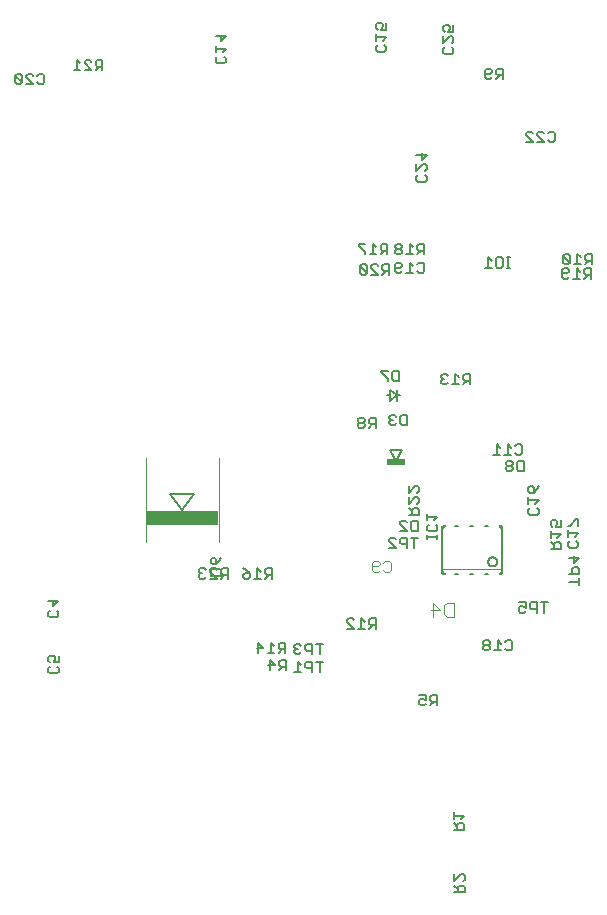
<source format=gbr>
G04 EAGLE Gerber X2 export*
%TF.Part,Single*%
%TF.FileFunction,Legend,Bot,1*%
%TF.FilePolarity,Positive*%
%TF.GenerationSoftware,Autodesk,EAGLE,9.0.0*%
%TF.CreationDate,2019-06-10T11:01:15Z*%
G75*
%MOMM*%
%FSLAX34Y34*%
%LPD*%
%AMOC8*
5,1,8,0,0,1.08239X$1,22.5*%
G01*
%ADD10C,0.152400*%
%ADD11C,0.050800*%
%ADD12C,0.015238*%
%ADD13C,0.076200*%
%ADD14C,0.101600*%
%ADD15C,0.203200*%
%ADD16R,6.200000X1.250000*%
%ADD17C,0.127000*%
%ADD18R,1.574800X0.609600*%


D10*
X45005Y307714D02*
X46445Y306273D01*
X46445Y303392D01*
X45005Y301952D01*
X39243Y301952D01*
X37802Y303392D01*
X37802Y306273D01*
X39243Y307714D01*
X37802Y315629D02*
X46445Y315629D01*
X42124Y311307D01*
X42124Y317069D01*
X45105Y260214D02*
X46545Y258773D01*
X46545Y255892D01*
X45105Y254452D01*
X39343Y254452D01*
X37902Y255892D01*
X37902Y258773D01*
X39343Y260214D01*
X46545Y263807D02*
X46545Y269569D01*
X46545Y263807D02*
X42224Y263807D01*
X43664Y266688D01*
X43664Y268129D01*
X42224Y269569D01*
X39343Y269569D01*
X37902Y268129D01*
X37902Y265247D01*
X39343Y263807D01*
X381362Y121662D02*
X390005Y121662D01*
X390005Y125984D01*
X388565Y127424D01*
X385684Y127424D01*
X384243Y125984D01*
X384243Y121662D01*
X384243Y124543D02*
X381362Y127424D01*
X387124Y131017D02*
X390005Y133898D01*
X381362Y133898D01*
X381362Y131017D02*
X381362Y136779D01*
X381562Y69162D02*
X390205Y69162D01*
X390205Y73484D01*
X388765Y74924D01*
X385884Y74924D01*
X384443Y73484D01*
X384443Y69162D01*
X384443Y72043D02*
X381562Y74924D01*
X381562Y78517D02*
X381562Y84279D01*
X381562Y78517D02*
X387324Y84279D01*
X388765Y84279D01*
X390205Y82839D01*
X390205Y79958D01*
X388765Y78517D01*
X238838Y257262D02*
X238838Y265905D01*
X234516Y265905D01*
X233076Y264465D01*
X233076Y261584D01*
X234516Y260143D01*
X238838Y260143D01*
X235957Y260143D02*
X233076Y257262D01*
X225161Y257262D02*
X225161Y265905D01*
X229483Y261584D01*
X223721Y261584D01*
X366838Y236105D02*
X366838Y227462D01*
X366838Y236105D02*
X362516Y236105D01*
X361076Y234665D01*
X361076Y231784D01*
X362516Y230343D01*
X366838Y230343D01*
X363957Y230343D02*
X361076Y227462D01*
X357483Y236105D02*
X351721Y236105D01*
X357483Y236105D02*
X357483Y231784D01*
X354602Y233224D01*
X353161Y233224D01*
X351721Y231784D01*
X351721Y228903D01*
X353161Y227462D01*
X356042Y227462D01*
X357483Y228903D01*
D11*
X370800Y343298D02*
X421600Y343298D01*
D12*
X422285Y377155D02*
X420912Y377155D01*
X420912Y377156D02*
X420907Y377239D01*
X420898Y377323D01*
X420885Y377405D01*
X420869Y377487D01*
X420849Y377568D01*
X420825Y377649D01*
X420797Y377728D01*
X420766Y377805D01*
X420732Y377881D01*
X420694Y377956D01*
X420653Y378029D01*
X420608Y378100D01*
X420561Y378169D01*
X420510Y378235D01*
X420457Y378299D01*
X420400Y378361D01*
X420341Y378420D01*
X420279Y378477D01*
X420215Y378530D01*
X420149Y378581D01*
X420080Y378628D01*
X420009Y378673D01*
X419936Y378714D01*
X419861Y378752D01*
X419785Y378786D01*
X419708Y378817D01*
X419629Y378845D01*
X419548Y378869D01*
X419467Y378889D01*
X419385Y378905D01*
X419303Y378918D01*
X419219Y378927D01*
X419136Y378932D01*
X419135Y380305D01*
X419136Y380305D01*
X419248Y380301D01*
X419359Y380292D01*
X419470Y380280D01*
X419581Y380264D01*
X419690Y380244D01*
X419800Y380220D01*
X419908Y380193D01*
X420015Y380161D01*
X420121Y380126D01*
X420226Y380088D01*
X420330Y380046D01*
X420431Y380000D01*
X420532Y379951D01*
X420630Y379898D01*
X420727Y379842D01*
X420822Y379783D01*
X420914Y379720D01*
X421004Y379654D01*
X421092Y379585D01*
X421178Y379514D01*
X421261Y379439D01*
X421341Y379361D01*
X421419Y379281D01*
X421494Y379198D01*
X421565Y379112D01*
X421634Y379024D01*
X421700Y378934D01*
X421763Y378842D01*
X421822Y378747D01*
X421878Y378650D01*
X421931Y378552D01*
X421980Y378451D01*
X422026Y378350D01*
X422068Y378246D01*
X422106Y378141D01*
X422141Y378035D01*
X422173Y377928D01*
X422200Y377820D01*
X422224Y377710D01*
X422244Y377601D01*
X422260Y377490D01*
X422272Y377379D01*
X422281Y377268D01*
X422285Y377156D01*
X422142Y377156D01*
X422137Y377265D01*
X422129Y377374D01*
X422117Y377482D01*
X422101Y377590D01*
X422081Y377697D01*
X422057Y377804D01*
X422029Y377909D01*
X421998Y378014D01*
X421963Y378117D01*
X421925Y378219D01*
X421883Y378320D01*
X421837Y378419D01*
X421788Y378516D01*
X421735Y378612D01*
X421680Y378706D01*
X421620Y378797D01*
X421558Y378887D01*
X421493Y378974D01*
X421424Y379059D01*
X421353Y379141D01*
X421278Y379221D01*
X421201Y379298D01*
X421121Y379373D01*
X421039Y379444D01*
X420954Y379513D01*
X420867Y379578D01*
X420777Y379640D01*
X420686Y379700D01*
X420592Y379755D01*
X420496Y379808D01*
X420399Y379857D01*
X420300Y379903D01*
X420199Y379945D01*
X420097Y379983D01*
X419994Y380018D01*
X419889Y380049D01*
X419784Y380077D01*
X419677Y380101D01*
X419570Y380121D01*
X419462Y380137D01*
X419354Y380149D01*
X419245Y380157D01*
X419136Y380162D01*
X419136Y380019D01*
X419242Y380014D01*
X419348Y380006D01*
X419454Y379994D01*
X419559Y379977D01*
X419663Y379957D01*
X419767Y379934D01*
X419870Y379906D01*
X419971Y379875D01*
X420072Y379840D01*
X420171Y379802D01*
X420269Y379760D01*
X420365Y379715D01*
X420459Y379666D01*
X420552Y379613D01*
X420643Y379558D01*
X420731Y379499D01*
X420817Y379437D01*
X420902Y379372D01*
X420983Y379304D01*
X421062Y379233D01*
X421139Y379159D01*
X421213Y379082D01*
X421284Y379003D01*
X421352Y378922D01*
X421417Y378837D01*
X421479Y378751D01*
X421538Y378663D01*
X421593Y378572D01*
X421646Y378479D01*
X421695Y378385D01*
X421740Y378289D01*
X421782Y378191D01*
X421820Y378092D01*
X421855Y377991D01*
X421886Y377890D01*
X421914Y377787D01*
X421937Y377683D01*
X421957Y377579D01*
X421974Y377474D01*
X421986Y377368D01*
X421994Y377262D01*
X421999Y377156D01*
X421856Y377156D01*
X421851Y377259D01*
X421843Y377362D01*
X421830Y377465D01*
X421814Y377567D01*
X421794Y377669D01*
X421771Y377770D01*
X421743Y377869D01*
X421712Y377968D01*
X421678Y378065D01*
X421639Y378162D01*
X421598Y378256D01*
X421552Y378349D01*
X421504Y378441D01*
X421452Y378530D01*
X421397Y378617D01*
X421338Y378703D01*
X421277Y378786D01*
X421212Y378867D01*
X421144Y378945D01*
X421074Y379021D01*
X421001Y379094D01*
X420925Y379164D01*
X420847Y379232D01*
X420766Y379297D01*
X420683Y379358D01*
X420597Y379417D01*
X420510Y379472D01*
X420421Y379524D01*
X420329Y379572D01*
X420236Y379618D01*
X420142Y379659D01*
X420045Y379698D01*
X419948Y379732D01*
X419849Y379763D01*
X419750Y379791D01*
X419649Y379814D01*
X419547Y379834D01*
X419445Y379850D01*
X419342Y379863D01*
X419239Y379871D01*
X419136Y379876D01*
X419136Y379733D01*
X419236Y379728D01*
X419336Y379720D01*
X419436Y379707D01*
X419535Y379691D01*
X419634Y379671D01*
X419731Y379648D01*
X419828Y379621D01*
X419923Y379590D01*
X420018Y379555D01*
X420111Y379517D01*
X420202Y379476D01*
X420292Y379431D01*
X420380Y379382D01*
X420466Y379331D01*
X420550Y379276D01*
X420632Y379218D01*
X420712Y379157D01*
X420789Y379093D01*
X420864Y379026D01*
X420937Y378957D01*
X421006Y378884D01*
X421073Y378809D01*
X421137Y378732D01*
X421198Y378652D01*
X421256Y378570D01*
X421311Y378486D01*
X421362Y378400D01*
X421411Y378312D01*
X421456Y378222D01*
X421497Y378131D01*
X421535Y378038D01*
X421570Y377943D01*
X421601Y377848D01*
X421628Y377751D01*
X421651Y377654D01*
X421671Y377555D01*
X421687Y377456D01*
X421700Y377356D01*
X421708Y377256D01*
X421713Y377156D01*
X421570Y377156D01*
X421565Y377256D01*
X421556Y377355D01*
X421543Y377454D01*
X421526Y377552D01*
X421505Y377650D01*
X421481Y377747D01*
X421452Y377842D01*
X421420Y377937D01*
X421384Y378030D01*
X421345Y378122D01*
X421302Y378211D01*
X421255Y378300D01*
X421205Y378386D01*
X421151Y378470D01*
X421094Y378552D01*
X421034Y378632D01*
X420971Y378709D01*
X420905Y378784D01*
X420836Y378856D01*
X420764Y378925D01*
X420689Y378991D01*
X420612Y379054D01*
X420532Y379114D01*
X420450Y379171D01*
X420366Y379225D01*
X420280Y379275D01*
X420191Y379322D01*
X420102Y379365D01*
X420010Y379404D01*
X419917Y379440D01*
X419822Y379472D01*
X419727Y379501D01*
X419630Y379525D01*
X419532Y379546D01*
X419434Y379563D01*
X419335Y379576D01*
X419236Y379585D01*
X419136Y379590D01*
X419136Y379447D01*
X419232Y379442D01*
X419328Y379433D01*
X419424Y379420D01*
X419519Y379403D01*
X419613Y379383D01*
X419706Y379358D01*
X419798Y379330D01*
X419889Y379298D01*
X419979Y379262D01*
X420067Y379223D01*
X420154Y379180D01*
X420238Y379134D01*
X420321Y379084D01*
X420401Y379031D01*
X420480Y378975D01*
X420556Y378916D01*
X420629Y378854D01*
X420700Y378788D01*
X420768Y378720D01*
X420834Y378649D01*
X420896Y378576D01*
X420955Y378500D01*
X421011Y378421D01*
X421064Y378341D01*
X421114Y378258D01*
X421160Y378174D01*
X421203Y378087D01*
X421242Y377999D01*
X421278Y377909D01*
X421310Y377818D01*
X421338Y377726D01*
X421363Y377633D01*
X421383Y377539D01*
X421400Y377444D01*
X421413Y377348D01*
X421422Y377252D01*
X421427Y377156D01*
X421284Y377156D01*
X421279Y377249D01*
X421270Y377341D01*
X421257Y377433D01*
X421240Y377524D01*
X421220Y377615D01*
X421196Y377705D01*
X421168Y377793D01*
X421136Y377881D01*
X421101Y377966D01*
X421062Y378051D01*
X421020Y378134D01*
X420974Y378214D01*
X420925Y378293D01*
X420873Y378370D01*
X420817Y378445D01*
X420759Y378517D01*
X420698Y378586D01*
X420633Y378653D01*
X420566Y378718D01*
X420497Y378779D01*
X420425Y378837D01*
X420350Y378893D01*
X420273Y378945D01*
X420194Y378994D01*
X420114Y379040D01*
X420031Y379082D01*
X419946Y379121D01*
X419861Y379156D01*
X419773Y379188D01*
X419685Y379216D01*
X419595Y379240D01*
X419504Y379260D01*
X419413Y379277D01*
X419321Y379290D01*
X419229Y379299D01*
X419136Y379304D01*
X419136Y379161D01*
X419225Y379155D01*
X419314Y379147D01*
X419402Y379134D01*
X419489Y379117D01*
X419576Y379097D01*
X419662Y379073D01*
X419747Y379046D01*
X419830Y379014D01*
X419912Y378980D01*
X419993Y378941D01*
X420071Y378900D01*
X420148Y378855D01*
X420223Y378807D01*
X420296Y378755D01*
X420367Y378701D01*
X420435Y378644D01*
X420500Y378583D01*
X420563Y378520D01*
X420624Y378455D01*
X420681Y378387D01*
X420735Y378316D01*
X420787Y378243D01*
X420835Y378168D01*
X420880Y378091D01*
X420921Y378013D01*
X420960Y377932D01*
X420994Y377850D01*
X421026Y377767D01*
X421053Y377682D01*
X421077Y377596D01*
X421097Y377509D01*
X421114Y377422D01*
X421127Y377334D01*
X421135Y377245D01*
X421141Y377156D01*
X420998Y377156D01*
X420992Y377241D01*
X420983Y377326D01*
X420971Y377410D01*
X420954Y377493D01*
X420934Y377576D01*
X420911Y377658D01*
X420884Y377738D01*
X420853Y377818D01*
X420819Y377896D01*
X420782Y377972D01*
X420741Y378047D01*
X420697Y378120D01*
X420649Y378191D01*
X420599Y378259D01*
X420546Y378326D01*
X420490Y378390D01*
X420431Y378451D01*
X420370Y378510D01*
X420306Y378566D01*
X420239Y378619D01*
X420171Y378669D01*
X420100Y378717D01*
X420027Y378761D01*
X419952Y378802D01*
X419876Y378839D01*
X419798Y378873D01*
X419718Y378904D01*
X419638Y378931D01*
X419556Y378954D01*
X419473Y378974D01*
X419390Y378991D01*
X419306Y379003D01*
X419221Y379012D01*
X419136Y379018D01*
D10*
X410170Y379620D02*
X407630Y379620D01*
X397470Y379620D02*
X394930Y379620D01*
X384770Y379620D02*
X382230Y379620D01*
D12*
X373265Y380305D02*
X373265Y378932D01*
X373264Y378932D02*
X373181Y378927D01*
X373097Y378918D01*
X373015Y378905D01*
X372933Y378889D01*
X372852Y378869D01*
X372771Y378845D01*
X372692Y378817D01*
X372615Y378786D01*
X372539Y378752D01*
X372464Y378714D01*
X372391Y378673D01*
X372320Y378628D01*
X372251Y378581D01*
X372185Y378530D01*
X372121Y378477D01*
X372059Y378420D01*
X372000Y378361D01*
X371943Y378299D01*
X371890Y378235D01*
X371839Y378169D01*
X371792Y378100D01*
X371747Y378029D01*
X371706Y377956D01*
X371668Y377881D01*
X371634Y377805D01*
X371603Y377728D01*
X371575Y377649D01*
X371551Y377568D01*
X371531Y377487D01*
X371515Y377405D01*
X371502Y377323D01*
X371493Y377239D01*
X371488Y377156D01*
X370115Y377155D01*
X370115Y377156D01*
X370119Y377268D01*
X370128Y377379D01*
X370140Y377490D01*
X370156Y377601D01*
X370176Y377710D01*
X370200Y377820D01*
X370227Y377928D01*
X370259Y378035D01*
X370294Y378141D01*
X370332Y378246D01*
X370374Y378350D01*
X370420Y378451D01*
X370469Y378552D01*
X370522Y378650D01*
X370578Y378747D01*
X370637Y378842D01*
X370700Y378934D01*
X370766Y379024D01*
X370835Y379112D01*
X370906Y379198D01*
X370981Y379281D01*
X371059Y379361D01*
X371139Y379439D01*
X371222Y379514D01*
X371308Y379585D01*
X371396Y379654D01*
X371486Y379720D01*
X371578Y379783D01*
X371673Y379842D01*
X371770Y379898D01*
X371868Y379951D01*
X371969Y380000D01*
X372070Y380046D01*
X372174Y380088D01*
X372279Y380126D01*
X372385Y380161D01*
X372492Y380193D01*
X372600Y380220D01*
X372710Y380244D01*
X372819Y380264D01*
X372930Y380280D01*
X373041Y380292D01*
X373152Y380301D01*
X373264Y380305D01*
X373264Y380162D01*
X373155Y380157D01*
X373046Y380149D01*
X372938Y380137D01*
X372830Y380121D01*
X372723Y380101D01*
X372616Y380077D01*
X372511Y380049D01*
X372406Y380018D01*
X372303Y379983D01*
X372201Y379945D01*
X372100Y379903D01*
X372001Y379857D01*
X371904Y379808D01*
X371808Y379755D01*
X371714Y379700D01*
X371623Y379640D01*
X371533Y379578D01*
X371446Y379513D01*
X371361Y379444D01*
X371279Y379373D01*
X371199Y379298D01*
X371122Y379221D01*
X371047Y379141D01*
X370976Y379059D01*
X370907Y378974D01*
X370842Y378887D01*
X370780Y378797D01*
X370720Y378706D01*
X370665Y378612D01*
X370612Y378516D01*
X370563Y378419D01*
X370517Y378320D01*
X370475Y378219D01*
X370437Y378117D01*
X370402Y378014D01*
X370371Y377909D01*
X370343Y377804D01*
X370319Y377697D01*
X370299Y377590D01*
X370283Y377482D01*
X370271Y377374D01*
X370263Y377265D01*
X370258Y377156D01*
X370401Y377156D01*
X370406Y377262D01*
X370414Y377368D01*
X370426Y377474D01*
X370443Y377579D01*
X370463Y377683D01*
X370486Y377787D01*
X370514Y377890D01*
X370545Y377991D01*
X370580Y378092D01*
X370618Y378191D01*
X370660Y378289D01*
X370705Y378385D01*
X370754Y378479D01*
X370807Y378572D01*
X370862Y378663D01*
X370921Y378751D01*
X370983Y378837D01*
X371048Y378922D01*
X371116Y379003D01*
X371187Y379082D01*
X371261Y379159D01*
X371338Y379233D01*
X371417Y379304D01*
X371498Y379372D01*
X371583Y379437D01*
X371669Y379499D01*
X371757Y379558D01*
X371848Y379613D01*
X371941Y379666D01*
X372035Y379715D01*
X372131Y379760D01*
X372229Y379802D01*
X372328Y379840D01*
X372429Y379875D01*
X372530Y379906D01*
X372633Y379934D01*
X372737Y379957D01*
X372841Y379977D01*
X372946Y379994D01*
X373052Y380006D01*
X373158Y380014D01*
X373264Y380019D01*
X373264Y379876D01*
X373161Y379871D01*
X373058Y379863D01*
X372955Y379850D01*
X372853Y379834D01*
X372751Y379814D01*
X372650Y379791D01*
X372551Y379763D01*
X372452Y379732D01*
X372355Y379698D01*
X372258Y379659D01*
X372164Y379618D01*
X372071Y379572D01*
X371979Y379524D01*
X371890Y379472D01*
X371803Y379417D01*
X371717Y379358D01*
X371634Y379297D01*
X371553Y379232D01*
X371475Y379164D01*
X371399Y379094D01*
X371326Y379021D01*
X371256Y378945D01*
X371188Y378867D01*
X371123Y378786D01*
X371062Y378703D01*
X371003Y378617D01*
X370948Y378530D01*
X370896Y378441D01*
X370848Y378349D01*
X370802Y378256D01*
X370761Y378162D01*
X370722Y378065D01*
X370688Y377968D01*
X370657Y377869D01*
X370629Y377770D01*
X370606Y377669D01*
X370586Y377567D01*
X370570Y377465D01*
X370557Y377362D01*
X370549Y377259D01*
X370544Y377156D01*
X370687Y377156D01*
X370692Y377256D01*
X370700Y377356D01*
X370713Y377456D01*
X370729Y377555D01*
X370749Y377654D01*
X370772Y377751D01*
X370799Y377848D01*
X370830Y377943D01*
X370865Y378038D01*
X370903Y378131D01*
X370944Y378222D01*
X370989Y378312D01*
X371038Y378400D01*
X371089Y378486D01*
X371144Y378570D01*
X371202Y378652D01*
X371263Y378732D01*
X371327Y378809D01*
X371394Y378884D01*
X371463Y378957D01*
X371536Y379026D01*
X371611Y379093D01*
X371688Y379157D01*
X371768Y379218D01*
X371850Y379276D01*
X371934Y379331D01*
X372020Y379382D01*
X372108Y379431D01*
X372198Y379476D01*
X372289Y379517D01*
X372382Y379555D01*
X372477Y379590D01*
X372572Y379621D01*
X372669Y379648D01*
X372766Y379671D01*
X372865Y379691D01*
X372964Y379707D01*
X373064Y379720D01*
X373164Y379728D01*
X373264Y379733D01*
X373264Y379590D01*
X373164Y379585D01*
X373065Y379576D01*
X372966Y379563D01*
X372868Y379546D01*
X372770Y379525D01*
X372673Y379501D01*
X372578Y379472D01*
X372483Y379440D01*
X372390Y379404D01*
X372298Y379365D01*
X372209Y379322D01*
X372120Y379275D01*
X372034Y379225D01*
X371950Y379171D01*
X371868Y379114D01*
X371788Y379054D01*
X371711Y378991D01*
X371636Y378925D01*
X371564Y378856D01*
X371495Y378784D01*
X371429Y378709D01*
X371366Y378632D01*
X371306Y378552D01*
X371249Y378470D01*
X371195Y378386D01*
X371145Y378300D01*
X371098Y378211D01*
X371055Y378122D01*
X371016Y378030D01*
X370980Y377937D01*
X370948Y377842D01*
X370919Y377747D01*
X370895Y377650D01*
X370874Y377552D01*
X370857Y377454D01*
X370844Y377355D01*
X370835Y377256D01*
X370830Y377156D01*
X370973Y377156D01*
X370978Y377252D01*
X370987Y377348D01*
X371000Y377444D01*
X371017Y377539D01*
X371037Y377633D01*
X371062Y377726D01*
X371090Y377818D01*
X371122Y377909D01*
X371158Y377999D01*
X371197Y378087D01*
X371240Y378174D01*
X371286Y378258D01*
X371336Y378341D01*
X371389Y378421D01*
X371445Y378500D01*
X371504Y378576D01*
X371566Y378649D01*
X371632Y378720D01*
X371700Y378788D01*
X371771Y378854D01*
X371844Y378916D01*
X371920Y378975D01*
X371999Y379031D01*
X372079Y379084D01*
X372162Y379134D01*
X372246Y379180D01*
X372333Y379223D01*
X372421Y379262D01*
X372511Y379298D01*
X372602Y379330D01*
X372694Y379358D01*
X372787Y379383D01*
X372881Y379403D01*
X372976Y379420D01*
X373072Y379433D01*
X373168Y379442D01*
X373264Y379447D01*
X373264Y379304D01*
X373171Y379299D01*
X373079Y379290D01*
X372987Y379277D01*
X372896Y379260D01*
X372805Y379240D01*
X372715Y379216D01*
X372627Y379188D01*
X372539Y379156D01*
X372454Y379121D01*
X372369Y379082D01*
X372286Y379040D01*
X372206Y378994D01*
X372127Y378945D01*
X372050Y378893D01*
X371975Y378837D01*
X371903Y378779D01*
X371834Y378718D01*
X371767Y378653D01*
X371702Y378586D01*
X371641Y378517D01*
X371583Y378445D01*
X371527Y378370D01*
X371475Y378293D01*
X371426Y378214D01*
X371380Y378134D01*
X371338Y378051D01*
X371299Y377966D01*
X371264Y377881D01*
X371232Y377793D01*
X371204Y377705D01*
X371180Y377615D01*
X371160Y377524D01*
X371143Y377433D01*
X371130Y377341D01*
X371121Y377249D01*
X371116Y377156D01*
X371259Y377156D01*
X371265Y377245D01*
X371273Y377334D01*
X371286Y377422D01*
X371303Y377509D01*
X371323Y377596D01*
X371347Y377682D01*
X371374Y377767D01*
X371406Y377850D01*
X371440Y377932D01*
X371479Y378013D01*
X371520Y378091D01*
X371565Y378168D01*
X371613Y378243D01*
X371665Y378316D01*
X371719Y378387D01*
X371776Y378455D01*
X371837Y378520D01*
X371900Y378583D01*
X371965Y378644D01*
X372033Y378701D01*
X372104Y378755D01*
X372177Y378807D01*
X372252Y378855D01*
X372329Y378900D01*
X372407Y378941D01*
X372488Y378980D01*
X372570Y379014D01*
X372653Y379046D01*
X372738Y379073D01*
X372824Y379097D01*
X372911Y379117D01*
X372998Y379134D01*
X373086Y379147D01*
X373175Y379155D01*
X373264Y379161D01*
X373264Y379018D01*
X373179Y379012D01*
X373094Y379003D01*
X373010Y378991D01*
X372927Y378974D01*
X372844Y378954D01*
X372762Y378931D01*
X372682Y378904D01*
X372602Y378873D01*
X372524Y378839D01*
X372448Y378802D01*
X372373Y378761D01*
X372300Y378717D01*
X372229Y378669D01*
X372161Y378619D01*
X372094Y378566D01*
X372030Y378510D01*
X371969Y378451D01*
X371910Y378390D01*
X371854Y378326D01*
X371801Y378259D01*
X371751Y378191D01*
X371703Y378120D01*
X371659Y378047D01*
X371618Y377972D01*
X371581Y377896D01*
X371547Y377818D01*
X371516Y377738D01*
X371489Y377658D01*
X371466Y377576D01*
X371446Y377493D01*
X371429Y377410D01*
X371417Y377326D01*
X371408Y377241D01*
X371402Y377156D01*
D10*
X407630Y338980D02*
X410170Y338980D01*
X397470Y338980D02*
X394930Y338980D01*
X384770Y338980D02*
X382230Y338980D01*
D12*
X370115Y341445D02*
X371488Y341445D01*
X371488Y341444D02*
X371493Y341361D01*
X371502Y341277D01*
X371515Y341195D01*
X371531Y341113D01*
X371551Y341032D01*
X371575Y340951D01*
X371603Y340872D01*
X371634Y340795D01*
X371668Y340719D01*
X371706Y340644D01*
X371747Y340571D01*
X371792Y340500D01*
X371839Y340431D01*
X371890Y340365D01*
X371943Y340301D01*
X372000Y340239D01*
X372059Y340180D01*
X372121Y340123D01*
X372185Y340070D01*
X372251Y340019D01*
X372320Y339972D01*
X372391Y339927D01*
X372464Y339886D01*
X372539Y339848D01*
X372615Y339814D01*
X372692Y339783D01*
X372771Y339755D01*
X372852Y339731D01*
X372933Y339711D01*
X373015Y339695D01*
X373097Y339682D01*
X373181Y339673D01*
X373264Y339668D01*
X373265Y338295D01*
X373264Y338295D01*
X373152Y338299D01*
X373041Y338308D01*
X372930Y338320D01*
X372819Y338336D01*
X372710Y338356D01*
X372600Y338380D01*
X372492Y338407D01*
X372385Y338439D01*
X372279Y338474D01*
X372174Y338512D01*
X372070Y338554D01*
X371969Y338600D01*
X371868Y338649D01*
X371770Y338702D01*
X371673Y338758D01*
X371578Y338817D01*
X371486Y338880D01*
X371396Y338946D01*
X371308Y339015D01*
X371222Y339086D01*
X371139Y339161D01*
X371059Y339239D01*
X370981Y339319D01*
X370906Y339402D01*
X370835Y339488D01*
X370766Y339576D01*
X370700Y339666D01*
X370637Y339758D01*
X370578Y339853D01*
X370522Y339950D01*
X370469Y340048D01*
X370420Y340149D01*
X370374Y340250D01*
X370332Y340354D01*
X370294Y340459D01*
X370259Y340565D01*
X370227Y340672D01*
X370200Y340780D01*
X370176Y340890D01*
X370156Y340999D01*
X370140Y341110D01*
X370128Y341221D01*
X370119Y341332D01*
X370115Y341444D01*
X370258Y341444D01*
X370263Y341335D01*
X370271Y341226D01*
X370283Y341118D01*
X370299Y341010D01*
X370319Y340903D01*
X370343Y340796D01*
X370371Y340691D01*
X370402Y340586D01*
X370437Y340483D01*
X370475Y340381D01*
X370517Y340280D01*
X370563Y340181D01*
X370612Y340084D01*
X370665Y339988D01*
X370720Y339894D01*
X370780Y339803D01*
X370842Y339713D01*
X370907Y339626D01*
X370976Y339541D01*
X371047Y339459D01*
X371122Y339379D01*
X371199Y339302D01*
X371279Y339227D01*
X371361Y339156D01*
X371446Y339087D01*
X371533Y339022D01*
X371623Y338960D01*
X371714Y338900D01*
X371808Y338845D01*
X371904Y338792D01*
X372001Y338743D01*
X372100Y338697D01*
X372201Y338655D01*
X372303Y338617D01*
X372406Y338582D01*
X372511Y338551D01*
X372616Y338523D01*
X372723Y338499D01*
X372830Y338479D01*
X372938Y338463D01*
X373046Y338451D01*
X373155Y338443D01*
X373264Y338438D01*
X373264Y338581D01*
X373158Y338586D01*
X373052Y338594D01*
X372946Y338606D01*
X372841Y338623D01*
X372737Y338643D01*
X372633Y338666D01*
X372530Y338694D01*
X372429Y338725D01*
X372328Y338760D01*
X372229Y338798D01*
X372131Y338840D01*
X372035Y338885D01*
X371941Y338934D01*
X371848Y338987D01*
X371757Y339042D01*
X371669Y339101D01*
X371583Y339163D01*
X371498Y339228D01*
X371417Y339296D01*
X371338Y339367D01*
X371261Y339441D01*
X371187Y339518D01*
X371116Y339597D01*
X371048Y339678D01*
X370983Y339763D01*
X370921Y339849D01*
X370862Y339937D01*
X370807Y340028D01*
X370754Y340121D01*
X370705Y340215D01*
X370660Y340311D01*
X370618Y340409D01*
X370580Y340508D01*
X370545Y340609D01*
X370514Y340710D01*
X370486Y340813D01*
X370463Y340917D01*
X370443Y341021D01*
X370426Y341126D01*
X370414Y341232D01*
X370406Y341338D01*
X370401Y341444D01*
X370544Y341444D01*
X370549Y341341D01*
X370557Y341238D01*
X370570Y341135D01*
X370586Y341033D01*
X370606Y340931D01*
X370629Y340830D01*
X370657Y340731D01*
X370688Y340632D01*
X370722Y340535D01*
X370761Y340438D01*
X370802Y340344D01*
X370848Y340251D01*
X370896Y340159D01*
X370948Y340070D01*
X371003Y339983D01*
X371062Y339897D01*
X371123Y339814D01*
X371188Y339733D01*
X371256Y339655D01*
X371326Y339579D01*
X371399Y339506D01*
X371475Y339436D01*
X371553Y339368D01*
X371634Y339303D01*
X371717Y339242D01*
X371803Y339183D01*
X371890Y339128D01*
X371979Y339076D01*
X372071Y339028D01*
X372164Y338982D01*
X372258Y338941D01*
X372355Y338902D01*
X372452Y338868D01*
X372551Y338837D01*
X372650Y338809D01*
X372751Y338786D01*
X372853Y338766D01*
X372955Y338750D01*
X373058Y338737D01*
X373161Y338729D01*
X373264Y338724D01*
X373264Y338867D01*
X373164Y338872D01*
X373064Y338880D01*
X372964Y338893D01*
X372865Y338909D01*
X372766Y338929D01*
X372669Y338952D01*
X372572Y338979D01*
X372477Y339010D01*
X372382Y339045D01*
X372289Y339083D01*
X372198Y339124D01*
X372108Y339169D01*
X372020Y339218D01*
X371934Y339269D01*
X371850Y339324D01*
X371768Y339382D01*
X371688Y339443D01*
X371611Y339507D01*
X371536Y339574D01*
X371463Y339643D01*
X371394Y339716D01*
X371327Y339791D01*
X371263Y339868D01*
X371202Y339948D01*
X371144Y340030D01*
X371089Y340114D01*
X371038Y340200D01*
X370989Y340288D01*
X370944Y340378D01*
X370903Y340469D01*
X370865Y340562D01*
X370830Y340657D01*
X370799Y340752D01*
X370772Y340849D01*
X370749Y340946D01*
X370729Y341045D01*
X370713Y341144D01*
X370700Y341244D01*
X370692Y341344D01*
X370687Y341444D01*
X370830Y341444D01*
X370835Y341344D01*
X370844Y341245D01*
X370857Y341146D01*
X370874Y341048D01*
X370895Y340950D01*
X370919Y340853D01*
X370948Y340758D01*
X370980Y340663D01*
X371016Y340570D01*
X371055Y340478D01*
X371098Y340389D01*
X371145Y340300D01*
X371195Y340214D01*
X371249Y340130D01*
X371306Y340048D01*
X371366Y339968D01*
X371429Y339891D01*
X371495Y339816D01*
X371564Y339744D01*
X371636Y339675D01*
X371711Y339609D01*
X371788Y339546D01*
X371868Y339486D01*
X371950Y339429D01*
X372034Y339375D01*
X372120Y339325D01*
X372209Y339278D01*
X372298Y339235D01*
X372390Y339196D01*
X372483Y339160D01*
X372578Y339128D01*
X372673Y339099D01*
X372770Y339075D01*
X372868Y339054D01*
X372966Y339037D01*
X373065Y339024D01*
X373164Y339015D01*
X373264Y339010D01*
X373264Y339153D01*
X373168Y339158D01*
X373072Y339167D01*
X372976Y339180D01*
X372881Y339197D01*
X372787Y339217D01*
X372694Y339242D01*
X372602Y339270D01*
X372511Y339302D01*
X372421Y339338D01*
X372333Y339377D01*
X372246Y339420D01*
X372162Y339466D01*
X372079Y339516D01*
X371999Y339569D01*
X371920Y339625D01*
X371844Y339684D01*
X371771Y339746D01*
X371700Y339812D01*
X371632Y339880D01*
X371566Y339951D01*
X371504Y340024D01*
X371445Y340100D01*
X371389Y340179D01*
X371336Y340259D01*
X371286Y340342D01*
X371240Y340426D01*
X371197Y340513D01*
X371158Y340601D01*
X371122Y340691D01*
X371090Y340782D01*
X371062Y340874D01*
X371037Y340967D01*
X371017Y341061D01*
X371000Y341156D01*
X370987Y341252D01*
X370978Y341348D01*
X370973Y341444D01*
X371116Y341444D01*
X371121Y341351D01*
X371130Y341259D01*
X371143Y341167D01*
X371160Y341076D01*
X371180Y340985D01*
X371204Y340895D01*
X371232Y340807D01*
X371264Y340719D01*
X371299Y340634D01*
X371338Y340549D01*
X371380Y340466D01*
X371426Y340386D01*
X371475Y340307D01*
X371527Y340230D01*
X371583Y340155D01*
X371641Y340083D01*
X371702Y340014D01*
X371767Y339947D01*
X371834Y339882D01*
X371903Y339821D01*
X371975Y339763D01*
X372050Y339707D01*
X372127Y339655D01*
X372206Y339606D01*
X372286Y339560D01*
X372369Y339518D01*
X372454Y339479D01*
X372539Y339444D01*
X372627Y339412D01*
X372715Y339384D01*
X372805Y339360D01*
X372896Y339340D01*
X372987Y339323D01*
X373079Y339310D01*
X373171Y339301D01*
X373264Y339296D01*
X373264Y339439D01*
X373175Y339445D01*
X373086Y339453D01*
X372998Y339466D01*
X372911Y339483D01*
X372824Y339503D01*
X372738Y339527D01*
X372653Y339554D01*
X372570Y339586D01*
X372488Y339620D01*
X372407Y339659D01*
X372329Y339700D01*
X372252Y339745D01*
X372177Y339793D01*
X372104Y339845D01*
X372033Y339899D01*
X371965Y339956D01*
X371900Y340017D01*
X371837Y340080D01*
X371776Y340145D01*
X371719Y340213D01*
X371665Y340284D01*
X371613Y340357D01*
X371565Y340432D01*
X371520Y340509D01*
X371479Y340587D01*
X371440Y340668D01*
X371406Y340750D01*
X371374Y340833D01*
X371347Y340918D01*
X371323Y341004D01*
X371303Y341091D01*
X371286Y341178D01*
X371273Y341266D01*
X371265Y341355D01*
X371259Y341444D01*
X371402Y341444D01*
X371408Y341359D01*
X371417Y341274D01*
X371429Y341190D01*
X371446Y341107D01*
X371466Y341024D01*
X371489Y340942D01*
X371516Y340862D01*
X371547Y340782D01*
X371581Y340704D01*
X371618Y340628D01*
X371659Y340553D01*
X371703Y340480D01*
X371751Y340409D01*
X371801Y340341D01*
X371854Y340274D01*
X371910Y340210D01*
X371969Y340149D01*
X372030Y340090D01*
X372094Y340034D01*
X372161Y339981D01*
X372229Y339931D01*
X372300Y339883D01*
X372373Y339839D01*
X372448Y339798D01*
X372524Y339761D01*
X372602Y339727D01*
X372682Y339696D01*
X372762Y339669D01*
X372844Y339646D01*
X372927Y339626D01*
X373010Y339609D01*
X373094Y339597D01*
X373179Y339588D01*
X373264Y339582D01*
D10*
X370800Y341520D02*
X370800Y377080D01*
X421600Y377080D02*
X421600Y341520D01*
D12*
X419135Y338295D02*
X419135Y339668D01*
X419136Y339668D02*
X419219Y339673D01*
X419303Y339682D01*
X419385Y339695D01*
X419467Y339711D01*
X419548Y339731D01*
X419629Y339755D01*
X419708Y339783D01*
X419785Y339814D01*
X419861Y339848D01*
X419936Y339886D01*
X420009Y339927D01*
X420080Y339972D01*
X420149Y340019D01*
X420215Y340070D01*
X420279Y340123D01*
X420341Y340180D01*
X420400Y340239D01*
X420457Y340301D01*
X420510Y340365D01*
X420561Y340431D01*
X420608Y340500D01*
X420653Y340571D01*
X420694Y340644D01*
X420732Y340719D01*
X420766Y340795D01*
X420797Y340872D01*
X420825Y340951D01*
X420849Y341032D01*
X420869Y341113D01*
X420885Y341195D01*
X420898Y341277D01*
X420907Y341361D01*
X420912Y341444D01*
X422285Y341445D01*
X422285Y341444D01*
X422281Y341332D01*
X422272Y341221D01*
X422260Y341110D01*
X422244Y340999D01*
X422224Y340890D01*
X422200Y340780D01*
X422173Y340672D01*
X422141Y340565D01*
X422106Y340459D01*
X422068Y340354D01*
X422026Y340250D01*
X421980Y340149D01*
X421931Y340048D01*
X421878Y339950D01*
X421822Y339853D01*
X421763Y339758D01*
X421700Y339666D01*
X421634Y339576D01*
X421565Y339488D01*
X421494Y339402D01*
X421419Y339319D01*
X421341Y339239D01*
X421261Y339161D01*
X421178Y339086D01*
X421092Y339015D01*
X421004Y338946D01*
X420914Y338880D01*
X420822Y338817D01*
X420727Y338758D01*
X420630Y338702D01*
X420532Y338649D01*
X420431Y338600D01*
X420330Y338554D01*
X420226Y338512D01*
X420121Y338474D01*
X420015Y338439D01*
X419908Y338407D01*
X419800Y338380D01*
X419690Y338356D01*
X419581Y338336D01*
X419470Y338320D01*
X419359Y338308D01*
X419248Y338299D01*
X419136Y338295D01*
X419136Y338438D01*
X419245Y338443D01*
X419354Y338451D01*
X419462Y338463D01*
X419570Y338479D01*
X419677Y338499D01*
X419784Y338523D01*
X419889Y338551D01*
X419994Y338582D01*
X420097Y338617D01*
X420199Y338655D01*
X420300Y338697D01*
X420399Y338743D01*
X420496Y338792D01*
X420592Y338845D01*
X420686Y338900D01*
X420777Y338960D01*
X420867Y339022D01*
X420954Y339087D01*
X421039Y339156D01*
X421121Y339227D01*
X421201Y339302D01*
X421278Y339379D01*
X421353Y339459D01*
X421424Y339541D01*
X421493Y339626D01*
X421558Y339713D01*
X421620Y339803D01*
X421680Y339894D01*
X421735Y339988D01*
X421788Y340084D01*
X421837Y340181D01*
X421883Y340280D01*
X421925Y340381D01*
X421963Y340483D01*
X421998Y340586D01*
X422029Y340691D01*
X422057Y340796D01*
X422081Y340903D01*
X422101Y341010D01*
X422117Y341118D01*
X422129Y341226D01*
X422137Y341335D01*
X422142Y341444D01*
X421999Y341444D01*
X421994Y341338D01*
X421986Y341232D01*
X421974Y341126D01*
X421957Y341021D01*
X421937Y340917D01*
X421914Y340813D01*
X421886Y340710D01*
X421855Y340609D01*
X421820Y340508D01*
X421782Y340409D01*
X421740Y340311D01*
X421695Y340215D01*
X421646Y340121D01*
X421593Y340028D01*
X421538Y339937D01*
X421479Y339849D01*
X421417Y339763D01*
X421352Y339678D01*
X421284Y339597D01*
X421213Y339518D01*
X421139Y339441D01*
X421062Y339367D01*
X420983Y339296D01*
X420902Y339228D01*
X420817Y339163D01*
X420731Y339101D01*
X420643Y339042D01*
X420552Y338987D01*
X420459Y338934D01*
X420365Y338885D01*
X420269Y338840D01*
X420171Y338798D01*
X420072Y338760D01*
X419971Y338725D01*
X419870Y338694D01*
X419767Y338666D01*
X419663Y338643D01*
X419559Y338623D01*
X419454Y338606D01*
X419348Y338594D01*
X419242Y338586D01*
X419136Y338581D01*
X419136Y338724D01*
X419239Y338729D01*
X419342Y338737D01*
X419445Y338750D01*
X419547Y338766D01*
X419649Y338786D01*
X419750Y338809D01*
X419849Y338837D01*
X419948Y338868D01*
X420045Y338902D01*
X420142Y338941D01*
X420236Y338982D01*
X420329Y339028D01*
X420421Y339076D01*
X420510Y339128D01*
X420597Y339183D01*
X420683Y339242D01*
X420766Y339303D01*
X420847Y339368D01*
X420925Y339436D01*
X421001Y339506D01*
X421074Y339579D01*
X421144Y339655D01*
X421212Y339733D01*
X421277Y339814D01*
X421338Y339897D01*
X421397Y339983D01*
X421452Y340070D01*
X421504Y340159D01*
X421552Y340251D01*
X421598Y340344D01*
X421639Y340438D01*
X421678Y340535D01*
X421712Y340632D01*
X421743Y340731D01*
X421771Y340830D01*
X421794Y340931D01*
X421814Y341033D01*
X421830Y341135D01*
X421843Y341238D01*
X421851Y341341D01*
X421856Y341444D01*
X421713Y341444D01*
X421708Y341344D01*
X421700Y341244D01*
X421687Y341144D01*
X421671Y341045D01*
X421651Y340946D01*
X421628Y340849D01*
X421601Y340752D01*
X421570Y340657D01*
X421535Y340562D01*
X421497Y340469D01*
X421456Y340378D01*
X421411Y340288D01*
X421362Y340200D01*
X421311Y340114D01*
X421256Y340030D01*
X421198Y339948D01*
X421137Y339868D01*
X421073Y339791D01*
X421006Y339716D01*
X420937Y339643D01*
X420864Y339574D01*
X420789Y339507D01*
X420712Y339443D01*
X420632Y339382D01*
X420550Y339324D01*
X420466Y339269D01*
X420380Y339218D01*
X420292Y339169D01*
X420202Y339124D01*
X420111Y339083D01*
X420018Y339045D01*
X419923Y339010D01*
X419828Y338979D01*
X419731Y338952D01*
X419634Y338929D01*
X419535Y338909D01*
X419436Y338893D01*
X419336Y338880D01*
X419236Y338872D01*
X419136Y338867D01*
X419136Y339010D01*
X419236Y339015D01*
X419335Y339024D01*
X419434Y339037D01*
X419532Y339054D01*
X419630Y339075D01*
X419727Y339099D01*
X419822Y339128D01*
X419917Y339160D01*
X420010Y339196D01*
X420102Y339235D01*
X420191Y339278D01*
X420280Y339325D01*
X420366Y339375D01*
X420450Y339429D01*
X420532Y339486D01*
X420612Y339546D01*
X420689Y339609D01*
X420764Y339675D01*
X420836Y339744D01*
X420905Y339816D01*
X420971Y339891D01*
X421034Y339968D01*
X421094Y340048D01*
X421151Y340130D01*
X421205Y340214D01*
X421255Y340300D01*
X421302Y340389D01*
X421345Y340478D01*
X421384Y340570D01*
X421420Y340663D01*
X421452Y340758D01*
X421481Y340853D01*
X421505Y340950D01*
X421526Y341048D01*
X421543Y341146D01*
X421556Y341245D01*
X421565Y341344D01*
X421570Y341444D01*
X421427Y341444D01*
X421422Y341348D01*
X421413Y341252D01*
X421400Y341156D01*
X421383Y341061D01*
X421363Y340967D01*
X421338Y340874D01*
X421310Y340782D01*
X421278Y340691D01*
X421242Y340601D01*
X421203Y340513D01*
X421160Y340426D01*
X421114Y340342D01*
X421064Y340259D01*
X421011Y340179D01*
X420955Y340100D01*
X420896Y340024D01*
X420834Y339951D01*
X420768Y339880D01*
X420700Y339812D01*
X420629Y339746D01*
X420556Y339684D01*
X420480Y339625D01*
X420401Y339569D01*
X420321Y339516D01*
X420238Y339466D01*
X420154Y339420D01*
X420067Y339377D01*
X419979Y339338D01*
X419889Y339302D01*
X419798Y339270D01*
X419706Y339242D01*
X419613Y339217D01*
X419519Y339197D01*
X419424Y339180D01*
X419328Y339167D01*
X419232Y339158D01*
X419136Y339153D01*
X419136Y339296D01*
X419229Y339301D01*
X419321Y339310D01*
X419413Y339323D01*
X419504Y339340D01*
X419595Y339360D01*
X419685Y339384D01*
X419773Y339412D01*
X419861Y339444D01*
X419946Y339479D01*
X420031Y339518D01*
X420114Y339560D01*
X420194Y339606D01*
X420273Y339655D01*
X420350Y339707D01*
X420425Y339763D01*
X420497Y339821D01*
X420566Y339882D01*
X420633Y339947D01*
X420698Y340014D01*
X420759Y340083D01*
X420817Y340155D01*
X420873Y340230D01*
X420925Y340307D01*
X420974Y340386D01*
X421020Y340466D01*
X421062Y340549D01*
X421101Y340634D01*
X421136Y340719D01*
X421168Y340807D01*
X421196Y340895D01*
X421220Y340985D01*
X421240Y341076D01*
X421257Y341167D01*
X421270Y341259D01*
X421279Y341351D01*
X421284Y341444D01*
X421141Y341444D01*
X421135Y341355D01*
X421127Y341266D01*
X421114Y341178D01*
X421097Y341091D01*
X421077Y341004D01*
X421053Y340918D01*
X421026Y340833D01*
X420994Y340750D01*
X420960Y340668D01*
X420921Y340587D01*
X420880Y340509D01*
X420835Y340432D01*
X420787Y340357D01*
X420735Y340284D01*
X420681Y340213D01*
X420624Y340145D01*
X420563Y340080D01*
X420500Y340017D01*
X420435Y339956D01*
X420367Y339899D01*
X420296Y339845D01*
X420223Y339793D01*
X420148Y339745D01*
X420071Y339700D01*
X419993Y339659D01*
X419912Y339620D01*
X419830Y339586D01*
X419747Y339554D01*
X419662Y339527D01*
X419576Y339503D01*
X419489Y339483D01*
X419402Y339466D01*
X419314Y339453D01*
X419225Y339445D01*
X419136Y339439D01*
X419136Y339582D01*
X419221Y339588D01*
X419306Y339597D01*
X419390Y339609D01*
X419473Y339626D01*
X419556Y339646D01*
X419638Y339669D01*
X419718Y339696D01*
X419798Y339727D01*
X419876Y339761D01*
X419952Y339798D01*
X420027Y339839D01*
X420100Y339883D01*
X420171Y339931D01*
X420239Y339981D01*
X420306Y340034D01*
X420370Y340090D01*
X420431Y340149D01*
X420490Y340210D01*
X420546Y340274D01*
X420599Y340341D01*
X420649Y340409D01*
X420697Y340480D01*
X420741Y340553D01*
X420782Y340628D01*
X420819Y340704D01*
X420853Y340782D01*
X420884Y340862D01*
X420911Y340942D01*
X420934Y341024D01*
X420954Y341107D01*
X420971Y341190D01*
X420983Y341274D01*
X420992Y341359D01*
X420998Y341444D01*
D10*
X410170Y349140D02*
X410172Y349263D01*
X410178Y349387D01*
X410188Y349510D01*
X410202Y349632D01*
X410220Y349754D01*
X410242Y349876D01*
X410267Y349996D01*
X410297Y350116D01*
X410331Y350235D01*
X410368Y350353D01*
X410409Y350469D01*
X410454Y350584D01*
X410503Y350697D01*
X410555Y350809D01*
X410611Y350919D01*
X410670Y351027D01*
X410733Y351133D01*
X410799Y351237D01*
X410869Y351339D01*
X410942Y351439D01*
X411018Y351536D01*
X411097Y351631D01*
X411179Y351723D01*
X411264Y351812D01*
X411352Y351899D01*
X411443Y351982D01*
X411536Y352063D01*
X411632Y352141D01*
X411731Y352215D01*
X411831Y352286D01*
X411934Y352354D01*
X412039Y352419D01*
X412147Y352480D01*
X412256Y352538D01*
X412367Y352592D01*
X412479Y352642D01*
X412594Y352689D01*
X412709Y352732D01*
X412826Y352771D01*
X412944Y352807D01*
X413064Y352838D01*
X413184Y352866D01*
X413305Y352890D01*
X413427Y352910D01*
X413549Y352926D01*
X413672Y352938D01*
X413795Y352946D01*
X413918Y352950D01*
X414042Y352950D01*
X414165Y352946D01*
X414288Y352938D01*
X414411Y352926D01*
X414533Y352910D01*
X414655Y352890D01*
X414776Y352866D01*
X414896Y352838D01*
X415016Y352807D01*
X415134Y352771D01*
X415251Y352732D01*
X415366Y352689D01*
X415481Y352642D01*
X415593Y352592D01*
X415704Y352538D01*
X415813Y352480D01*
X415921Y352419D01*
X416026Y352354D01*
X416129Y352286D01*
X416229Y352215D01*
X416328Y352141D01*
X416424Y352063D01*
X416517Y351982D01*
X416608Y351899D01*
X416696Y351812D01*
X416781Y351723D01*
X416863Y351631D01*
X416942Y351536D01*
X417018Y351439D01*
X417091Y351339D01*
X417161Y351237D01*
X417227Y351133D01*
X417290Y351027D01*
X417349Y350919D01*
X417405Y350809D01*
X417457Y350697D01*
X417506Y350584D01*
X417551Y350469D01*
X417592Y350353D01*
X417629Y350235D01*
X417663Y350116D01*
X417693Y349996D01*
X417718Y349876D01*
X417740Y349754D01*
X417758Y349632D01*
X417772Y349510D01*
X417782Y349387D01*
X417788Y349263D01*
X417790Y349140D01*
X417788Y349017D01*
X417782Y348893D01*
X417772Y348770D01*
X417758Y348648D01*
X417740Y348526D01*
X417718Y348404D01*
X417693Y348284D01*
X417663Y348164D01*
X417629Y348045D01*
X417592Y347927D01*
X417551Y347811D01*
X417506Y347696D01*
X417457Y347583D01*
X417405Y347471D01*
X417349Y347361D01*
X417290Y347253D01*
X417227Y347147D01*
X417161Y347043D01*
X417091Y346941D01*
X417018Y346841D01*
X416942Y346744D01*
X416863Y346649D01*
X416781Y346557D01*
X416696Y346468D01*
X416608Y346381D01*
X416517Y346298D01*
X416424Y346217D01*
X416328Y346139D01*
X416229Y346065D01*
X416129Y345994D01*
X416026Y345926D01*
X415921Y345861D01*
X415813Y345800D01*
X415704Y345742D01*
X415593Y345688D01*
X415481Y345638D01*
X415366Y345591D01*
X415251Y345548D01*
X415134Y345509D01*
X415016Y345473D01*
X414896Y345442D01*
X414776Y345414D01*
X414655Y345390D01*
X414533Y345370D01*
X414411Y345354D01*
X414288Y345342D01*
X414165Y345334D01*
X414042Y345330D01*
X413918Y345330D01*
X413795Y345334D01*
X413672Y345342D01*
X413549Y345354D01*
X413427Y345370D01*
X413305Y345390D01*
X413184Y345414D01*
X413064Y345442D01*
X412944Y345473D01*
X412826Y345509D01*
X412709Y345548D01*
X412594Y345591D01*
X412479Y345638D01*
X412367Y345688D01*
X412256Y345742D01*
X412147Y345800D01*
X412039Y345861D01*
X411934Y345926D01*
X411831Y345994D01*
X411731Y346065D01*
X411632Y346139D01*
X411536Y346217D01*
X411443Y346298D01*
X411352Y346381D01*
X411264Y346468D01*
X411179Y346557D01*
X411097Y346649D01*
X411018Y346744D01*
X410942Y346841D01*
X410869Y346941D01*
X410799Y347043D01*
X410733Y347147D01*
X410670Y347253D01*
X410611Y347361D01*
X410555Y347471D01*
X410503Y347583D01*
X410454Y347696D01*
X410409Y347811D01*
X410368Y347927D01*
X410331Y348045D01*
X410297Y348164D01*
X410267Y348284D01*
X410242Y348404D01*
X410220Y348526D01*
X410202Y348648D01*
X410188Y348770D01*
X410178Y348893D01*
X410172Y349017D01*
X410170Y349140D01*
X358672Y368512D02*
X358672Y371393D01*
X358672Y369953D02*
X367315Y369953D01*
X367315Y371393D02*
X367315Y368512D01*
X367315Y379070D02*
X365875Y380511D01*
X367315Y379070D02*
X367315Y376189D01*
X365875Y374749D01*
X360113Y374749D01*
X358672Y376189D01*
X358672Y379070D01*
X360113Y380511D01*
X364434Y384104D02*
X367315Y386985D01*
X358672Y386985D01*
X358672Y384104D02*
X358672Y389866D01*
X315188Y301065D02*
X315188Y292422D01*
X315188Y301065D02*
X310866Y301065D01*
X309426Y299625D01*
X309426Y296744D01*
X310866Y295303D01*
X315188Y295303D01*
X312307Y295303D02*
X309426Y292422D01*
X305833Y298184D02*
X302952Y301065D01*
X302952Y292422D01*
X305833Y292422D02*
X300071Y292422D01*
X296478Y292422D02*
X290715Y292422D01*
X290715Y298184D02*
X296478Y292422D01*
X290715Y298184D02*
X290715Y299625D01*
X292156Y301065D01*
X295037Y301065D01*
X296478Y299625D01*
D13*
X321548Y348369D02*
X323116Y349937D01*
X326251Y349937D01*
X327819Y348369D01*
X327819Y342099D01*
X326251Y340531D01*
X323116Y340531D01*
X321548Y342099D01*
X318464Y342099D02*
X316896Y340531D01*
X313761Y340531D01*
X312193Y342099D01*
X312193Y348369D01*
X313761Y349937D01*
X316896Y349937D01*
X318464Y348369D01*
X318464Y346802D01*
X316896Y345234D01*
X312193Y345234D01*
D10*
X394788Y499322D02*
X394788Y507965D01*
X390466Y507965D01*
X389026Y506525D01*
X389026Y503644D01*
X390466Y502203D01*
X394788Y502203D01*
X391907Y502203D02*
X389026Y499322D01*
X385433Y505084D02*
X382552Y507965D01*
X382552Y499322D01*
X385433Y499322D02*
X379671Y499322D01*
X376078Y506525D02*
X374637Y507965D01*
X371756Y507965D01*
X370315Y506525D01*
X370315Y505084D01*
X371756Y503644D01*
X373197Y503644D01*
X371756Y503644D02*
X370315Y502203D01*
X370315Y500763D01*
X371756Y499322D01*
X374637Y499322D01*
X376078Y500763D01*
X433176Y447015D02*
X434616Y448455D01*
X437497Y448455D01*
X438938Y447015D01*
X438938Y441253D01*
X437497Y439812D01*
X434616Y439812D01*
X433176Y441253D01*
X429583Y445574D02*
X426702Y448455D01*
X426702Y439812D01*
X429583Y439812D02*
X423821Y439812D01*
X420228Y445574D02*
X417347Y448455D01*
X417347Y439812D01*
X420228Y439812D02*
X414465Y439812D01*
X188195Y775218D02*
X186755Y776659D01*
X188195Y775218D02*
X188195Y772337D01*
X186755Y770896D01*
X180993Y770896D01*
X179552Y772337D01*
X179552Y775218D01*
X180993Y776659D01*
X185314Y780252D02*
X188195Y783133D01*
X179552Y783133D01*
X179552Y780252D02*
X179552Y786014D01*
X179552Y793929D02*
X188195Y793929D01*
X183874Y789607D01*
X183874Y795369D01*
X322355Y786659D02*
X323795Y785218D01*
X323795Y782337D01*
X322355Y780896D01*
X316593Y780896D01*
X315152Y782337D01*
X315152Y785218D01*
X316593Y786659D01*
X320914Y790252D02*
X323795Y793133D01*
X315152Y793133D01*
X315152Y790252D02*
X315152Y796014D01*
X323795Y799607D02*
X323795Y805369D01*
X323795Y799607D02*
X319474Y799607D01*
X320914Y802488D01*
X320914Y803929D01*
X319474Y805369D01*
X316593Y805369D01*
X315152Y803929D01*
X315152Y801047D01*
X316593Y799607D01*
X238638Y280505D02*
X238638Y271862D01*
X238638Y280505D02*
X234316Y280505D01*
X232876Y279065D01*
X232876Y276184D01*
X234316Y274743D01*
X238638Y274743D01*
X235757Y274743D02*
X232876Y271862D01*
X229283Y277624D02*
X226402Y280505D01*
X226402Y271862D01*
X229283Y271862D02*
X223521Y271862D01*
X215606Y271862D02*
X215606Y280505D01*
X219928Y276184D01*
X214165Y276184D01*
X451515Y394624D02*
X452955Y393184D01*
X452955Y390303D01*
X451515Y388862D01*
X445753Y388862D01*
X444312Y390303D01*
X444312Y393184D01*
X445753Y394624D01*
X450074Y398217D02*
X452955Y401098D01*
X444312Y401098D01*
X444312Y398217D02*
X444312Y403979D01*
X451515Y410454D02*
X452955Y413335D01*
X451515Y410454D02*
X448634Y407572D01*
X445753Y407572D01*
X444312Y409013D01*
X444312Y411894D01*
X445753Y413335D01*
X447193Y413335D01*
X448634Y411894D01*
X448634Y407572D01*
X484915Y366624D02*
X486355Y365184D01*
X486355Y362303D01*
X484915Y360862D01*
X479153Y360862D01*
X477712Y362303D01*
X477712Y365184D01*
X479153Y366624D01*
X483474Y370217D02*
X486355Y373098D01*
X477712Y373098D01*
X477712Y370217D02*
X477712Y375979D01*
X486355Y379572D02*
X486355Y385335D01*
X484915Y385335D01*
X479153Y379572D01*
X477712Y379572D01*
X471665Y360012D02*
X463022Y360012D01*
X471665Y360012D02*
X471665Y364334D01*
X470225Y365774D01*
X467344Y365774D01*
X465903Y364334D01*
X465903Y360012D01*
X465903Y362893D02*
X463022Y365774D01*
X468784Y369367D02*
X471665Y372248D01*
X463022Y372248D01*
X463022Y369367D02*
X463022Y375129D01*
X471665Y378722D02*
X471665Y384485D01*
X471665Y378722D02*
X467344Y378722D01*
X468784Y381604D01*
X468784Y383044D01*
X467344Y384485D01*
X464463Y384485D01*
X463022Y383044D01*
X463022Y380163D01*
X464463Y378722D01*
X426316Y282655D02*
X424876Y281215D01*
X426316Y282655D02*
X429197Y282655D01*
X430638Y281215D01*
X430638Y275453D01*
X429197Y274012D01*
X426316Y274012D01*
X424876Y275453D01*
X421283Y279774D02*
X418402Y282655D01*
X418402Y274012D01*
X421283Y274012D02*
X415521Y274012D01*
X411928Y281215D02*
X410487Y282655D01*
X407606Y282655D01*
X406165Y281215D01*
X406165Y279774D01*
X407606Y278334D01*
X406165Y276893D01*
X406165Y275453D01*
X407606Y274012D01*
X410487Y274012D01*
X411928Y275453D01*
X411928Y276893D01*
X410487Y278334D01*
X411928Y279774D01*
X411928Y281215D01*
X410487Y278334D02*
X407606Y278334D01*
X425807Y598012D02*
X428688Y598012D01*
X427247Y598012D02*
X427247Y606655D01*
X425807Y606655D02*
X428688Y606655D01*
X421011Y606655D02*
X418130Y606655D01*
X421011Y606655D02*
X422451Y605215D01*
X422451Y599453D01*
X421011Y598012D01*
X418130Y598012D01*
X416689Y599453D01*
X416689Y605215D01*
X418130Y606655D01*
X413096Y603774D02*
X410215Y606655D01*
X410215Y598012D01*
X413096Y598012D02*
X407334Y598012D01*
X324988Y609522D02*
X324988Y618165D01*
X320666Y618165D01*
X319226Y616725D01*
X319226Y613844D01*
X320666Y612403D01*
X324988Y612403D01*
X322107Y612403D02*
X319226Y609522D01*
X315633Y615284D02*
X312752Y618165D01*
X312752Y609522D01*
X315633Y609522D02*
X309871Y609522D01*
X306278Y618165D02*
X300515Y618165D01*
X300515Y616725D01*
X306278Y610963D01*
X306278Y609522D01*
X355988Y609422D02*
X355988Y618065D01*
X351666Y618065D01*
X350226Y616625D01*
X350226Y613744D01*
X351666Y612303D01*
X355988Y612303D01*
X353107Y612303D02*
X350226Y609422D01*
X346633Y615184D02*
X343752Y618065D01*
X343752Y609422D01*
X346633Y609422D02*
X340871Y609422D01*
X337278Y616625D02*
X335837Y618065D01*
X332956Y618065D01*
X331515Y616625D01*
X331515Y615184D01*
X332956Y613744D01*
X331515Y612303D01*
X331515Y610863D01*
X332956Y609422D01*
X335837Y609422D01*
X337278Y610863D01*
X337278Y612303D01*
X335837Y613744D01*
X337278Y615184D01*
X337278Y616625D01*
X335837Y613744D02*
X332956Y613744D01*
X497488Y597465D02*
X497488Y588822D01*
X497488Y597465D02*
X493166Y597465D01*
X491726Y596025D01*
X491726Y593144D01*
X493166Y591703D01*
X497488Y591703D01*
X494607Y591703D02*
X491726Y588822D01*
X488133Y594584D02*
X485252Y597465D01*
X485252Y588822D01*
X488133Y588822D02*
X482371Y588822D01*
X478778Y590263D02*
X477337Y588822D01*
X474456Y588822D01*
X473015Y590263D01*
X473015Y596025D01*
X474456Y597465D01*
X477337Y597465D01*
X478778Y596025D01*
X478778Y594584D01*
X477337Y593144D01*
X473015Y593144D01*
X326488Y592222D02*
X326488Y600865D01*
X322166Y600865D01*
X320726Y599425D01*
X320726Y596544D01*
X322166Y595103D01*
X326488Y595103D01*
X323607Y595103D02*
X320726Y592222D01*
X317133Y592222D02*
X311371Y592222D01*
X317133Y592222D02*
X311371Y597984D01*
X311371Y599425D01*
X312811Y600865D01*
X315692Y600865D01*
X317133Y599425D01*
X307778Y599425D02*
X307778Y593663D01*
X307778Y599425D02*
X306337Y600865D01*
X303456Y600865D01*
X302015Y599425D01*
X302015Y593663D01*
X303456Y592222D01*
X306337Y592222D01*
X307778Y593663D01*
X302015Y599425D01*
X350376Y600915D02*
X351816Y602355D01*
X354697Y602355D01*
X356138Y600915D01*
X356138Y595153D01*
X354697Y593712D01*
X351816Y593712D01*
X350376Y595153D01*
X346783Y599474D02*
X343902Y602355D01*
X343902Y593712D01*
X346783Y593712D02*
X341021Y593712D01*
X337428Y595153D02*
X335987Y593712D01*
X333106Y593712D01*
X331665Y595153D01*
X331665Y600915D01*
X333106Y602355D01*
X335987Y602355D01*
X337428Y600915D01*
X337428Y599474D01*
X335987Y598034D01*
X331665Y598034D01*
X30082Y762145D02*
X28641Y760705D01*
X30082Y762145D02*
X32963Y762145D01*
X34404Y760705D01*
X34404Y754943D01*
X32963Y753502D01*
X30082Y753502D01*
X28641Y754943D01*
X25048Y753502D02*
X19286Y753502D01*
X25048Y753502D02*
X19286Y759264D01*
X19286Y760705D01*
X20727Y762145D01*
X23608Y762145D01*
X25048Y760705D01*
X15693Y760705D02*
X15693Y754943D01*
X15693Y760705D02*
X14253Y762145D01*
X11372Y762145D01*
X9931Y760705D01*
X9931Y754943D01*
X11372Y753502D01*
X14253Y753502D01*
X15693Y754943D01*
X9931Y760705D01*
X83638Y765262D02*
X83638Y773905D01*
X79316Y773905D01*
X77876Y772465D01*
X77876Y769584D01*
X79316Y768143D01*
X83638Y768143D01*
X80757Y768143D02*
X77876Y765262D01*
X74283Y765262D02*
X68521Y765262D01*
X74283Y765262D02*
X68521Y771024D01*
X68521Y772465D01*
X69961Y773905D01*
X72842Y773905D01*
X74283Y772465D01*
X64928Y771024D02*
X62047Y773905D01*
X62047Y765262D01*
X64928Y765262D02*
X59165Y765262D01*
D14*
X182250Y436806D02*
X182250Y365594D01*
X120150Y365594D02*
X120150Y436806D01*
D15*
X161200Y406630D02*
X151200Y392900D01*
X141200Y406630D01*
X161200Y406630D01*
D16*
X151200Y386450D03*
D10*
X175552Y337372D02*
X184195Y337372D01*
X175552Y337372D02*
X175552Y341694D01*
X176993Y343134D01*
X182755Y343134D01*
X184195Y341694D01*
X184195Y337372D01*
X182755Y349608D02*
X184195Y352489D01*
X182755Y349608D02*
X179874Y346727D01*
X176993Y346727D01*
X175552Y348168D01*
X175552Y351049D01*
X176993Y352489D01*
X178433Y352489D01*
X179874Y351049D01*
X179874Y346727D01*
X440238Y425762D02*
X440238Y434405D01*
X440238Y425762D02*
X435916Y425762D01*
X434476Y427203D01*
X434476Y432965D01*
X435916Y434405D01*
X440238Y434405D01*
X430883Y432965D02*
X429442Y434405D01*
X426561Y434405D01*
X425121Y432965D01*
X425121Y431524D01*
X426561Y430084D01*
X425121Y428643D01*
X425121Y427203D01*
X426561Y425762D01*
X429442Y425762D01*
X430883Y427203D01*
X430883Y428643D01*
X429442Y430084D01*
X430883Y431524D01*
X430883Y432965D01*
X429442Y430084D02*
X426561Y430084D01*
X350448Y383745D02*
X350448Y375102D01*
X346127Y375102D01*
X344686Y376543D01*
X344686Y382305D01*
X346127Y383745D01*
X350448Y383745D01*
X341093Y375102D02*
X335331Y375102D01*
X341093Y375102D02*
X335331Y380864D01*
X335331Y382305D01*
X336772Y383745D01*
X339653Y383745D01*
X341093Y382305D01*
D14*
X380992Y314202D02*
X380992Y302508D01*
X375145Y302508D01*
X373196Y304457D01*
X373196Y312253D01*
X375145Y314202D01*
X380992Y314202D01*
X363451Y314202D02*
X363451Y302508D01*
X369298Y308355D02*
X363451Y314202D01*
X361502Y308355D02*
X369298Y308355D01*
D17*
X326825Y485237D02*
X333175Y490000D01*
X326825Y490000D02*
X326825Y485237D01*
X326825Y490000D02*
X326825Y494763D01*
X333175Y490000D01*
X333175Y485237D01*
X333175Y490000D02*
X333175Y494763D01*
X326825Y490000D02*
X324387Y490000D01*
X333175Y490000D02*
X335613Y490000D01*
D10*
X334718Y502192D02*
X334718Y510835D01*
X334718Y502192D02*
X330396Y502192D01*
X328956Y503633D01*
X328956Y509395D01*
X330396Y510835D01*
X334718Y510835D01*
X325363Y510835D02*
X319601Y510835D01*
X319601Y509395D01*
X325363Y503633D01*
X325363Y502192D01*
D15*
X337500Y444000D02*
X332500Y434000D01*
X327500Y444000D01*
X337500Y444000D01*
D18*
X332500Y433412D03*
D10*
X341748Y464692D02*
X341748Y473335D01*
X341748Y464692D02*
X337426Y464692D01*
X335986Y466133D01*
X335986Y471895D01*
X337426Y473335D01*
X341748Y473335D01*
X332393Y471895D02*
X330952Y473335D01*
X328071Y473335D01*
X326631Y471895D01*
X326631Y470454D01*
X328071Y469014D01*
X329512Y469014D01*
X328071Y469014D02*
X326631Y467573D01*
X326631Y466133D01*
X328071Y464692D01*
X330952Y464692D01*
X332393Y466133D01*
X314938Y462462D02*
X314938Y471105D01*
X310616Y471105D01*
X309176Y469665D01*
X309176Y466784D01*
X310616Y465343D01*
X314938Y465343D01*
X312057Y465343D02*
X309176Y462462D01*
X305583Y469665D02*
X304142Y471105D01*
X301261Y471105D01*
X299821Y469665D01*
X299821Y468224D01*
X301261Y466784D01*
X299821Y465343D01*
X299821Y463903D01*
X301261Y462462D01*
X304142Y462462D01*
X305583Y463903D01*
X305583Y465343D01*
X304142Y466784D01*
X305583Y468224D01*
X305583Y469665D01*
X304142Y466784D02*
X301261Y466784D01*
X342902Y388896D02*
X351545Y388896D01*
X351545Y393218D01*
X350105Y394659D01*
X347224Y394659D01*
X345783Y393218D01*
X345783Y388896D01*
X345783Y391778D02*
X342902Y394659D01*
X342902Y398252D02*
X342902Y404014D01*
X342902Y398252D02*
X348664Y404014D01*
X350105Y404014D01*
X351545Y402573D01*
X351545Y399692D01*
X350105Y398252D01*
X342902Y407607D02*
X342902Y413369D01*
X342902Y407607D02*
X348664Y413369D01*
X350105Y413369D01*
X351545Y411929D01*
X351545Y409047D01*
X350105Y407607D01*
X460976Y711715D02*
X462416Y713155D01*
X465297Y713155D01*
X466738Y711715D01*
X466738Y705953D01*
X465297Y704512D01*
X462416Y704512D01*
X460976Y705953D01*
X457383Y704512D02*
X451621Y704512D01*
X457383Y704512D02*
X451621Y710274D01*
X451621Y711715D01*
X453061Y713155D01*
X455942Y713155D01*
X457383Y711715D01*
X448028Y704512D02*
X442265Y704512D01*
X442265Y710274D02*
X448028Y704512D01*
X442265Y710274D02*
X442265Y711715D01*
X443706Y713155D01*
X446587Y713155D01*
X448028Y711715D01*
X358155Y675084D02*
X356715Y676524D01*
X358155Y675084D02*
X358155Y672203D01*
X356715Y670762D01*
X350953Y670762D01*
X349512Y672203D01*
X349512Y675084D01*
X350953Y676524D01*
X349512Y680117D02*
X349512Y685879D01*
X349512Y680117D02*
X355274Y685879D01*
X356715Y685879D01*
X358155Y684439D01*
X358155Y681558D01*
X356715Y680117D01*
X358155Y693794D02*
X349512Y693794D01*
X353834Y689472D02*
X358155Y693794D01*
X353834Y695235D02*
X353834Y689472D01*
X380745Y783018D02*
X379305Y784459D01*
X380745Y783018D02*
X380745Y780137D01*
X379305Y778696D01*
X373543Y778696D01*
X372102Y780137D01*
X372102Y783018D01*
X373543Y784459D01*
X372102Y788052D02*
X372102Y793814D01*
X372102Y788052D02*
X377864Y793814D01*
X379305Y793814D01*
X380745Y792373D01*
X380745Y789492D01*
X379305Y788052D01*
X380745Y797407D02*
X380745Y803169D01*
X380745Y797407D02*
X376424Y797407D01*
X377864Y800288D01*
X377864Y801729D01*
X376424Y803169D01*
X373543Y803169D01*
X372102Y801729D01*
X372102Y798847D01*
X373543Y797407D01*
X422748Y766545D02*
X422748Y757902D01*
X422748Y766545D02*
X418427Y766545D01*
X416986Y765105D01*
X416986Y762224D01*
X418427Y760783D01*
X422748Y760783D01*
X419867Y760783D02*
X416986Y757902D01*
X413393Y759343D02*
X411953Y757902D01*
X409072Y757902D01*
X407631Y759343D01*
X407631Y765105D01*
X409072Y766545D01*
X411953Y766545D01*
X413393Y765105D01*
X413393Y763664D01*
X411953Y762224D01*
X407631Y762224D01*
X498088Y609565D02*
X498088Y600922D01*
X498088Y609565D02*
X493766Y609565D01*
X492326Y608125D01*
X492326Y605244D01*
X493766Y603803D01*
X498088Y603803D01*
X495207Y603803D02*
X492326Y600922D01*
X488733Y606684D02*
X485852Y609565D01*
X485852Y600922D01*
X488733Y600922D02*
X482971Y600922D01*
X479378Y602363D02*
X479378Y608125D01*
X477937Y609565D01*
X475056Y609565D01*
X473615Y608125D01*
X473615Y602363D01*
X475056Y600922D01*
X477937Y600922D01*
X479378Y602363D01*
X473615Y608125D01*
X227138Y343455D02*
X227138Y334812D01*
X227138Y343455D02*
X222816Y343455D01*
X221376Y342015D01*
X221376Y339134D01*
X222816Y337693D01*
X227138Y337693D01*
X224257Y337693D02*
X221376Y334812D01*
X217783Y340574D02*
X214902Y343455D01*
X214902Y334812D01*
X217783Y334812D02*
X212021Y334812D01*
X205547Y342015D02*
X202665Y343455D01*
X205547Y342015D02*
X208428Y339134D01*
X208428Y336253D01*
X206987Y334812D01*
X204106Y334812D01*
X202665Y336253D01*
X202665Y337693D01*
X204106Y339134D01*
X208428Y339134D01*
X189638Y334812D02*
X189638Y343455D01*
X185316Y343455D01*
X183876Y342015D01*
X183876Y339134D01*
X185316Y337693D01*
X189638Y337693D01*
X186757Y337693D02*
X183876Y334812D01*
X180283Y334812D02*
X174521Y334812D01*
X180283Y334812D02*
X174521Y340574D01*
X174521Y342015D01*
X175961Y343455D01*
X178842Y343455D01*
X180283Y342015D01*
X170928Y342015D02*
X169487Y343455D01*
X166606Y343455D01*
X165165Y342015D01*
X165165Y340574D01*
X166606Y339134D01*
X168047Y339134D01*
X166606Y339134D02*
X165165Y337693D01*
X165165Y336253D01*
X166606Y334812D01*
X169487Y334812D01*
X170928Y336253D01*
X267707Y264565D02*
X267707Y255922D01*
X270588Y264565D02*
X264826Y264565D01*
X261233Y264565D02*
X261233Y255922D01*
X261233Y264565D02*
X256911Y264565D01*
X255471Y263125D01*
X255471Y260244D01*
X256911Y258803D01*
X261233Y258803D01*
X251878Y261684D02*
X248997Y264565D01*
X248997Y255922D01*
X251878Y255922D02*
X246115Y255922D01*
X347707Y360922D02*
X347707Y369565D01*
X350588Y369565D02*
X344826Y369565D01*
X341233Y369565D02*
X341233Y360922D01*
X341233Y369565D02*
X336911Y369565D01*
X335471Y368125D01*
X335471Y365244D01*
X336911Y363803D01*
X341233Y363803D01*
X331878Y360922D02*
X326115Y360922D01*
X326115Y366684D02*
X331878Y360922D01*
X326115Y366684D02*
X326115Y368125D01*
X327556Y369565D01*
X330437Y369565D01*
X331878Y368125D01*
X267707Y279565D02*
X267707Y270922D01*
X270588Y279565D02*
X264826Y279565D01*
X261233Y279565D02*
X261233Y270922D01*
X261233Y279565D02*
X256911Y279565D01*
X255471Y278125D01*
X255471Y275244D01*
X256911Y273803D01*
X261233Y273803D01*
X251878Y278125D02*
X250437Y279565D01*
X247556Y279565D01*
X246115Y278125D01*
X246115Y276684D01*
X247556Y275244D01*
X248997Y275244D01*
X247556Y275244D02*
X246115Y273803D01*
X246115Y272363D01*
X247556Y270922D01*
X250437Y270922D01*
X251878Y272363D01*
X478422Y332293D02*
X487065Y332293D01*
X487065Y329412D02*
X487065Y335174D01*
X487065Y338767D02*
X478422Y338767D01*
X487065Y338767D02*
X487065Y343089D01*
X485625Y344529D01*
X482744Y344529D01*
X481303Y343089D01*
X481303Y338767D01*
X478422Y352444D02*
X487065Y352444D01*
X482744Y348122D01*
X482744Y353885D01*
X457707Y314565D02*
X457707Y305922D01*
X460588Y314565D02*
X454826Y314565D01*
X451233Y314565D02*
X451233Y305922D01*
X451233Y314565D02*
X446911Y314565D01*
X445471Y313125D01*
X445471Y310244D01*
X446911Y308803D01*
X451233Y308803D01*
X441878Y314565D02*
X436115Y314565D01*
X441878Y314565D02*
X441878Y310244D01*
X438997Y311684D01*
X437556Y311684D01*
X436115Y310244D01*
X436115Y307363D01*
X437556Y305922D01*
X440437Y305922D01*
X441878Y307363D01*
M02*

</source>
